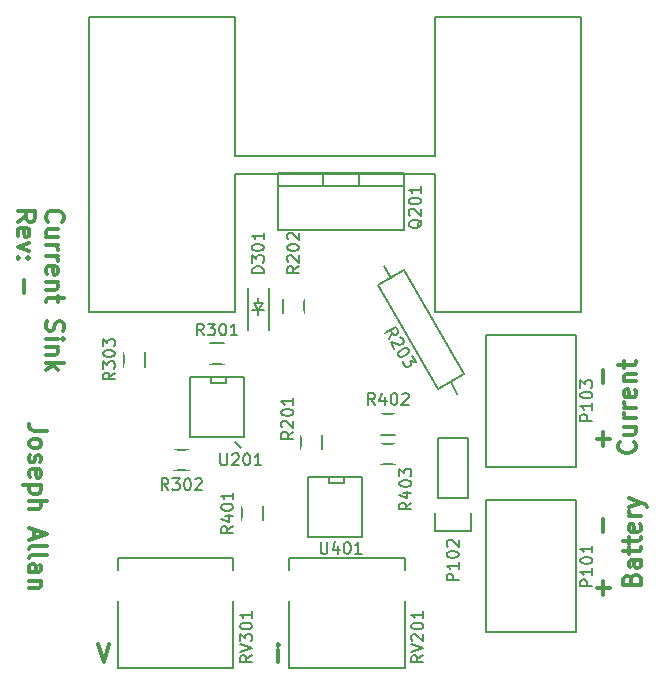
<source format=gto>
G04 #@! TF.FileFunction,Legend,Top*
%FSLAX46Y46*%
G04 Gerber Fmt 4.6, Leading zero omitted, Abs format (unit mm)*
G04 Created by KiCad (PCBNEW 4.0.2+e4-6225~38~ubuntu14.04.1-stable) date Thu 16 Jun 2016 08:22:09 PM ADT*
%MOMM*%
G01*
G04 APERTURE LIST*
%ADD10C,0.100000*%
%ADD11C,0.300000*%
%ADD12C,0.200000*%
%ADD13C,0.150000*%
%ADD14C,2.700000*%
%ADD15C,3.400000*%
%ADD16R,1.620000X1.310000*%
%ADD17O,1.901140X2.899360*%
%ADD18R,1.700000X1.900000*%
%ADD19R,1.900000X1.700000*%
%ADD20R,1.543000X0.908000*%
%ADD21R,2.432000X2.432000*%
%ADD22O,2.432000X2.432000*%
%ADD23R,2.432000X2.127200*%
%ADD24O,2.432000X2.127200*%
%ADD25C,2.600000*%
%ADD26C,2.400000*%
%ADD27C,2.398980*%
G04 APERTURE END LIST*
D10*
D11*
X143200000Y-118078571D02*
X143200000Y-117078571D01*
X143200000Y-116578571D02*
X143128571Y-116650000D01*
X143200000Y-116721429D01*
X143271428Y-116650000D01*
X143200000Y-116578571D01*
X143200000Y-116721429D01*
X127900000Y-116578571D02*
X128400000Y-118078571D01*
X128900000Y-116578571D01*
X170707143Y-112414285D02*
X170707143Y-111271428D01*
X171278571Y-111842857D02*
X170135714Y-111842857D01*
X170707143Y-107128571D02*
X170707143Y-105985714D01*
X170707143Y-99814285D02*
X170707143Y-98671428D01*
X171278571Y-99242857D02*
X170135714Y-99242857D01*
X170707143Y-94528571D02*
X170707143Y-93385714D01*
X173092857Y-111107142D02*
X173164286Y-110892856D01*
X173235714Y-110821428D01*
X173378571Y-110749999D01*
X173592857Y-110749999D01*
X173735714Y-110821428D01*
X173807143Y-110892856D01*
X173878571Y-111035714D01*
X173878571Y-111607142D01*
X172378571Y-111607142D01*
X172378571Y-111107142D01*
X172450000Y-110964285D01*
X172521429Y-110892856D01*
X172664286Y-110821428D01*
X172807143Y-110821428D01*
X172950000Y-110892856D01*
X173021429Y-110964285D01*
X173092857Y-111107142D01*
X173092857Y-111607142D01*
X173878571Y-109464285D02*
X173092857Y-109464285D01*
X172950000Y-109535714D01*
X172878571Y-109678571D01*
X172878571Y-109964285D01*
X172950000Y-110107142D01*
X173807143Y-109464285D02*
X173878571Y-109607142D01*
X173878571Y-109964285D01*
X173807143Y-110107142D01*
X173664286Y-110178571D01*
X173521429Y-110178571D01*
X173378571Y-110107142D01*
X173307143Y-109964285D01*
X173307143Y-109607142D01*
X173235714Y-109464285D01*
X172878571Y-108964285D02*
X172878571Y-108392856D01*
X172378571Y-108749999D02*
X173664286Y-108749999D01*
X173807143Y-108678571D01*
X173878571Y-108535713D01*
X173878571Y-108392856D01*
X172878571Y-108107142D02*
X172878571Y-107535713D01*
X172378571Y-107892856D02*
X173664286Y-107892856D01*
X173807143Y-107821428D01*
X173878571Y-107678570D01*
X173878571Y-107535713D01*
X173807143Y-106464285D02*
X173878571Y-106607142D01*
X173878571Y-106892856D01*
X173807143Y-107035713D01*
X173664286Y-107107142D01*
X173092857Y-107107142D01*
X172950000Y-107035713D01*
X172878571Y-106892856D01*
X172878571Y-106607142D01*
X172950000Y-106464285D01*
X173092857Y-106392856D01*
X173235714Y-106392856D01*
X173378571Y-107107142D01*
X173878571Y-105749999D02*
X172878571Y-105749999D01*
X173164286Y-105749999D02*
X173021429Y-105678571D01*
X172950000Y-105607142D01*
X172878571Y-105464285D01*
X172878571Y-105321428D01*
X172878571Y-104964285D02*
X173878571Y-104607142D01*
X172878571Y-104250000D02*
X173878571Y-104607142D01*
X174235714Y-104750000D01*
X174307143Y-104821428D01*
X174378571Y-104964285D01*
X173335714Y-99492856D02*
X173407143Y-99564285D01*
X173478571Y-99778571D01*
X173478571Y-99921428D01*
X173407143Y-100135713D01*
X173264286Y-100278571D01*
X173121429Y-100349999D01*
X172835714Y-100421428D01*
X172621429Y-100421428D01*
X172335714Y-100349999D01*
X172192857Y-100278571D01*
X172050000Y-100135713D01*
X171978571Y-99921428D01*
X171978571Y-99778571D01*
X172050000Y-99564285D01*
X172121429Y-99492856D01*
X172478571Y-98207142D02*
X173478571Y-98207142D01*
X172478571Y-98849999D02*
X173264286Y-98849999D01*
X173407143Y-98778571D01*
X173478571Y-98635713D01*
X173478571Y-98421428D01*
X173407143Y-98278571D01*
X173335714Y-98207142D01*
X173478571Y-97492856D02*
X172478571Y-97492856D01*
X172764286Y-97492856D02*
X172621429Y-97421428D01*
X172550000Y-97349999D01*
X172478571Y-97207142D01*
X172478571Y-97064285D01*
X173478571Y-96564285D02*
X172478571Y-96564285D01*
X172764286Y-96564285D02*
X172621429Y-96492857D01*
X172550000Y-96421428D01*
X172478571Y-96278571D01*
X172478571Y-96135714D01*
X173407143Y-95064286D02*
X173478571Y-95207143D01*
X173478571Y-95492857D01*
X173407143Y-95635714D01*
X173264286Y-95707143D01*
X172692857Y-95707143D01*
X172550000Y-95635714D01*
X172478571Y-95492857D01*
X172478571Y-95207143D01*
X172550000Y-95064286D01*
X172692857Y-94992857D01*
X172835714Y-94992857D01*
X172978571Y-95707143D01*
X172478571Y-94350000D02*
X173478571Y-94350000D01*
X172621429Y-94350000D02*
X172550000Y-94278572D01*
X172478571Y-94135714D01*
X172478571Y-93921429D01*
X172550000Y-93778572D01*
X172692857Y-93707143D01*
X173478571Y-93707143D01*
X172478571Y-93207143D02*
X172478571Y-92635714D01*
X171978571Y-92992857D02*
X173264286Y-92992857D01*
X173407143Y-92921429D01*
X173478571Y-92778571D01*
X173478571Y-92635714D01*
X123621429Y-98571429D02*
X122550000Y-98571429D01*
X122335714Y-98500001D01*
X122192857Y-98357144D01*
X122121429Y-98142858D01*
X122121429Y-98000001D01*
X122121429Y-99500001D02*
X122192857Y-99357143D01*
X122264286Y-99285715D01*
X122407143Y-99214286D01*
X122835714Y-99214286D01*
X122978571Y-99285715D01*
X123050000Y-99357143D01*
X123121429Y-99500001D01*
X123121429Y-99714286D01*
X123050000Y-99857143D01*
X122978571Y-99928572D01*
X122835714Y-100000001D01*
X122407143Y-100000001D01*
X122264286Y-99928572D01*
X122192857Y-99857143D01*
X122121429Y-99714286D01*
X122121429Y-99500001D01*
X122192857Y-100571429D02*
X122121429Y-100714286D01*
X122121429Y-101000001D01*
X122192857Y-101142858D01*
X122335714Y-101214286D01*
X122407143Y-101214286D01*
X122550000Y-101142858D01*
X122621429Y-101000001D01*
X122621429Y-100785715D01*
X122692857Y-100642858D01*
X122835714Y-100571429D01*
X122907143Y-100571429D01*
X123050000Y-100642858D01*
X123121429Y-100785715D01*
X123121429Y-101000001D01*
X123050000Y-101142858D01*
X122192857Y-102428572D02*
X122121429Y-102285715D01*
X122121429Y-102000001D01*
X122192857Y-101857144D01*
X122335714Y-101785715D01*
X122907143Y-101785715D01*
X123050000Y-101857144D01*
X123121429Y-102000001D01*
X123121429Y-102285715D01*
X123050000Y-102428572D01*
X122907143Y-102500001D01*
X122764286Y-102500001D01*
X122621429Y-101785715D01*
X123121429Y-103142858D02*
X121621429Y-103142858D01*
X123050000Y-103142858D02*
X123121429Y-103285715D01*
X123121429Y-103571429D01*
X123050000Y-103714286D01*
X122978571Y-103785715D01*
X122835714Y-103857144D01*
X122407143Y-103857144D01*
X122264286Y-103785715D01*
X122192857Y-103714286D01*
X122121429Y-103571429D01*
X122121429Y-103285715D01*
X122192857Y-103142858D01*
X122121429Y-104500001D02*
X123621429Y-104500001D01*
X122121429Y-105142858D02*
X122907143Y-105142858D01*
X123050000Y-105071429D01*
X123121429Y-104928572D01*
X123121429Y-104714287D01*
X123050000Y-104571429D01*
X122978571Y-104500001D01*
X122550000Y-106928572D02*
X122550000Y-107642858D01*
X122121429Y-106785715D02*
X123621429Y-107285715D01*
X122121429Y-107785715D01*
X122121429Y-108500001D02*
X122192857Y-108357143D01*
X122335714Y-108285715D01*
X123621429Y-108285715D01*
X122121429Y-109285715D02*
X122192857Y-109142857D01*
X122335714Y-109071429D01*
X123621429Y-109071429D01*
X122121429Y-110500000D02*
X122907143Y-110500000D01*
X123050000Y-110428571D01*
X123121429Y-110285714D01*
X123121429Y-110000000D01*
X123050000Y-109857143D01*
X122192857Y-110500000D02*
X122121429Y-110357143D01*
X122121429Y-110000000D01*
X122192857Y-109857143D01*
X122335714Y-109785714D01*
X122478571Y-109785714D01*
X122621429Y-109857143D01*
X122692857Y-110000000D01*
X122692857Y-110357143D01*
X122764286Y-110500000D01*
X123121429Y-111214286D02*
X122121429Y-111214286D01*
X122978571Y-111214286D02*
X123050000Y-111285714D01*
X123121429Y-111428572D01*
X123121429Y-111642857D01*
X123050000Y-111785714D01*
X122907143Y-111857143D01*
X122121429Y-111857143D01*
X123664286Y-80814286D02*
X123592857Y-80742857D01*
X123521429Y-80528571D01*
X123521429Y-80385714D01*
X123592857Y-80171429D01*
X123735714Y-80028571D01*
X123878571Y-79957143D01*
X124164286Y-79885714D01*
X124378571Y-79885714D01*
X124664286Y-79957143D01*
X124807143Y-80028571D01*
X124950000Y-80171429D01*
X125021429Y-80385714D01*
X125021429Y-80528571D01*
X124950000Y-80742857D01*
X124878571Y-80814286D01*
X124521429Y-82100000D02*
X123521429Y-82100000D01*
X124521429Y-81457143D02*
X123735714Y-81457143D01*
X123592857Y-81528571D01*
X123521429Y-81671429D01*
X123521429Y-81885714D01*
X123592857Y-82028571D01*
X123664286Y-82100000D01*
X123521429Y-82814286D02*
X124521429Y-82814286D01*
X124235714Y-82814286D02*
X124378571Y-82885714D01*
X124450000Y-82957143D01*
X124521429Y-83100000D01*
X124521429Y-83242857D01*
X123521429Y-83742857D02*
X124521429Y-83742857D01*
X124235714Y-83742857D02*
X124378571Y-83814285D01*
X124450000Y-83885714D01*
X124521429Y-84028571D01*
X124521429Y-84171428D01*
X123592857Y-85242856D02*
X123521429Y-85099999D01*
X123521429Y-84814285D01*
X123592857Y-84671428D01*
X123735714Y-84599999D01*
X124307143Y-84599999D01*
X124450000Y-84671428D01*
X124521429Y-84814285D01*
X124521429Y-85099999D01*
X124450000Y-85242856D01*
X124307143Y-85314285D01*
X124164286Y-85314285D01*
X124021429Y-84599999D01*
X124521429Y-85957142D02*
X123521429Y-85957142D01*
X124378571Y-85957142D02*
X124450000Y-86028570D01*
X124521429Y-86171428D01*
X124521429Y-86385713D01*
X124450000Y-86528570D01*
X124307143Y-86599999D01*
X123521429Y-86599999D01*
X124521429Y-87099999D02*
X124521429Y-87671428D01*
X125021429Y-87314285D02*
X123735714Y-87314285D01*
X123592857Y-87385713D01*
X123521429Y-87528571D01*
X123521429Y-87671428D01*
X123592857Y-89242856D02*
X123521429Y-89457142D01*
X123521429Y-89814285D01*
X123592857Y-89957142D01*
X123664286Y-90028571D01*
X123807143Y-90099999D01*
X123950000Y-90099999D01*
X124092857Y-90028571D01*
X124164286Y-89957142D01*
X124235714Y-89814285D01*
X124307143Y-89528571D01*
X124378571Y-89385713D01*
X124450000Y-89314285D01*
X124592857Y-89242856D01*
X124735714Y-89242856D01*
X124878571Y-89314285D01*
X124950000Y-89385713D01*
X125021429Y-89528571D01*
X125021429Y-89885713D01*
X124950000Y-90099999D01*
X123521429Y-90742856D02*
X124521429Y-90742856D01*
X125021429Y-90742856D02*
X124950000Y-90671427D01*
X124878571Y-90742856D01*
X124950000Y-90814284D01*
X125021429Y-90742856D01*
X124878571Y-90742856D01*
X124521429Y-91457142D02*
X123521429Y-91457142D01*
X124378571Y-91457142D02*
X124450000Y-91528570D01*
X124521429Y-91671428D01*
X124521429Y-91885713D01*
X124450000Y-92028570D01*
X124307143Y-92099999D01*
X123521429Y-92099999D01*
X123521429Y-92814285D02*
X125021429Y-92814285D01*
X124092857Y-92957142D02*
X123521429Y-93385713D01*
X124521429Y-93385713D02*
X123950000Y-92814285D01*
X121121429Y-80814286D02*
X121835714Y-80314286D01*
X121121429Y-79957143D02*
X122621429Y-79957143D01*
X122621429Y-80528571D01*
X122550000Y-80671429D01*
X122478571Y-80742857D01*
X122335714Y-80814286D01*
X122121429Y-80814286D01*
X121978571Y-80742857D01*
X121907143Y-80671429D01*
X121835714Y-80528571D01*
X121835714Y-79957143D01*
X121192857Y-82028571D02*
X121121429Y-81885714D01*
X121121429Y-81600000D01*
X121192857Y-81457143D01*
X121335714Y-81385714D01*
X121907143Y-81385714D01*
X122050000Y-81457143D01*
X122121429Y-81600000D01*
X122121429Y-81885714D01*
X122050000Y-82028571D01*
X121907143Y-82100000D01*
X121764286Y-82100000D01*
X121621429Y-81385714D01*
X122121429Y-82600000D02*
X121121429Y-82957143D01*
X122121429Y-83314285D01*
X121264286Y-83885714D02*
X121192857Y-83957142D01*
X121121429Y-83885714D01*
X121192857Y-83814285D01*
X121264286Y-83885714D01*
X121121429Y-83885714D01*
X122050000Y-83885714D02*
X121978571Y-83957142D01*
X121907143Y-83885714D01*
X121978571Y-83814285D01*
X122050000Y-83885714D01*
X121907143Y-83885714D01*
X121692857Y-85742857D02*
X121692857Y-86885714D01*
D12*
X140000000Y-100000000D02*
X139500000Y-99500000D01*
D13*
X127200000Y-63500000D02*
X139500000Y-63500000D01*
X156500000Y-63500000D02*
X168800000Y-63500000D01*
X156500000Y-88500000D02*
X168800000Y-88500000D01*
X127200000Y-88500000D02*
X139500000Y-88500000D01*
X156500000Y-75250000D02*
X156500000Y-63500000D01*
X139500000Y-75250000D02*
X139500000Y-63500000D01*
X156500000Y-76750000D02*
X156500000Y-88500000D01*
X139500000Y-76750000D02*
X139500000Y-88500000D01*
X139500000Y-76750000D02*
X156500000Y-76750000D01*
X139500000Y-75250000D02*
X156500000Y-75250000D01*
X127200000Y-63500000D02*
X127200000Y-88500000D01*
X168800000Y-63500000D02*
X168800000Y-88500000D01*
X141500000Y-87682500D02*
X141500000Y-87301500D01*
X141500000Y-88698500D02*
X141500000Y-88317500D01*
X141500000Y-88317500D02*
X141119000Y-87682500D01*
X141119000Y-87682500D02*
X141881000Y-87682500D01*
X141881000Y-87682500D02*
X141500000Y-88317500D01*
X140992000Y-88317500D02*
X142008000Y-88317500D01*
X142400000Y-90000000D02*
X142400000Y-86460000D01*
X140600000Y-90000000D02*
X140600000Y-86460000D01*
X146976000Y-76702000D02*
X146976000Y-77845000D01*
X150024000Y-76702000D02*
X150024000Y-77845000D01*
X153834000Y-77845000D02*
X153834000Y-81528000D01*
X153834000Y-81528000D02*
X143166000Y-81528000D01*
X143166000Y-81528000D02*
X143166000Y-77845000D01*
X153834000Y-76702000D02*
X153834000Y-77845000D01*
X153834000Y-77845000D02*
X143166000Y-77845000D01*
X143166000Y-77845000D02*
X143166000Y-76702000D01*
X148500000Y-76702000D02*
X143166000Y-76702000D01*
X148500000Y-76702000D02*
X153834000Y-76702000D01*
X146875000Y-98900000D02*
X146875000Y-100100000D01*
X145125000Y-100100000D02*
X145125000Y-98900000D01*
X143625000Y-88600000D02*
X143625000Y-87400000D01*
X145375000Y-87400000D02*
X145375000Y-88600000D01*
X137400000Y-91125000D02*
X138600000Y-91125000D01*
X138600000Y-92875000D02*
X137400000Y-92875000D01*
X134400000Y-100125000D02*
X135600000Y-100125000D01*
X135600000Y-101875000D02*
X134400000Y-101875000D01*
X131875000Y-91900000D02*
X131875000Y-93100000D01*
X130125000Y-93100000D02*
X130125000Y-91900000D01*
X141875000Y-104900000D02*
X141875000Y-106100000D01*
X140125000Y-106100000D02*
X140125000Y-104900000D01*
X153100000Y-98875000D02*
X151900000Y-98875000D01*
X151900000Y-97125000D02*
X153100000Y-97125000D01*
X153100000Y-101375000D02*
X151900000Y-101375000D01*
X151900000Y-99625000D02*
X153100000Y-99625000D01*
X140286000Y-93960000D02*
X140286000Y-99040000D01*
X140286000Y-99040000D02*
X135714000Y-99040000D01*
X135714000Y-99040000D02*
X135714000Y-93960000D01*
X135714000Y-93960000D02*
X140286000Y-93960000D01*
X138762000Y-93960000D02*
X138762000Y-94468000D01*
X138762000Y-94468000D02*
X137492000Y-94468000D01*
X137492000Y-94468000D02*
X137492000Y-93960000D01*
X150286000Y-102460000D02*
X150286000Y-107540000D01*
X150286000Y-107540000D02*
X145714000Y-107540000D01*
X145714000Y-107540000D02*
X145714000Y-102460000D01*
X145714000Y-102460000D02*
X150286000Y-102460000D01*
X148762000Y-102460000D02*
X148762000Y-102968000D01*
X148762000Y-102968000D02*
X147492000Y-102968000D01*
X147492000Y-102968000D02*
X147492000Y-102460000D01*
X160800000Y-104420000D02*
X168400000Y-104420000D01*
X160800000Y-115580000D02*
X160800000Y-104420000D01*
X168400000Y-115580000D02*
X168400000Y-104420000D01*
X168400000Y-115580000D02*
X160800000Y-115580000D01*
X159270000Y-104230000D02*
X159270000Y-99150000D01*
X159270000Y-99150000D02*
X156730000Y-99150000D01*
X156730000Y-99150000D02*
X156730000Y-104230000D01*
X156450000Y-107050000D02*
X156450000Y-105500000D01*
X156730000Y-104230000D02*
X159270000Y-104230000D01*
X159550000Y-105500000D02*
X159550000Y-107050000D01*
X159550000Y-107050000D02*
X156450000Y-107050000D01*
X160800000Y-90420000D02*
X168400000Y-90420000D01*
X160800000Y-101580000D02*
X160800000Y-90420000D01*
X168400000Y-101580000D02*
X168400000Y-90420000D01*
X168400000Y-101580000D02*
X160800000Y-101580000D01*
X129600000Y-118600000D02*
X139400000Y-118600000D01*
X129600000Y-109300000D02*
X139400000Y-109300000D01*
X139400000Y-109300000D02*
X139400000Y-118600000D01*
X129600000Y-109300000D02*
X129600000Y-118600000D01*
X144100000Y-118600000D02*
X153900000Y-118600000D01*
X144100000Y-109300000D02*
X153900000Y-109300000D01*
X153900000Y-109300000D02*
X153900000Y-118600000D01*
X144100000Y-109300000D02*
X144100000Y-118600000D01*
X153809852Y-84960781D02*
X151610148Y-86230781D01*
X151610148Y-86230781D02*
X156690148Y-95029600D01*
X156690148Y-95029600D02*
X158889852Y-93759600D01*
X158889852Y-93759600D02*
X153809852Y-84960781D01*
X158365000Y-95390529D02*
X157790000Y-94394600D01*
X152135000Y-84599852D02*
X152710000Y-85595781D01*
X141952381Y-85190476D02*
X140952381Y-85190476D01*
X140952381Y-84952381D01*
X141000000Y-84809523D01*
X141095238Y-84714285D01*
X141190476Y-84666666D01*
X141380952Y-84619047D01*
X141523810Y-84619047D01*
X141714286Y-84666666D01*
X141809524Y-84714285D01*
X141904762Y-84809523D01*
X141952381Y-84952381D01*
X141952381Y-85190476D01*
X140952381Y-84285714D02*
X140952381Y-83666666D01*
X141333333Y-84000000D01*
X141333333Y-83857142D01*
X141380952Y-83761904D01*
X141428571Y-83714285D01*
X141523810Y-83666666D01*
X141761905Y-83666666D01*
X141857143Y-83714285D01*
X141904762Y-83761904D01*
X141952381Y-83857142D01*
X141952381Y-84142857D01*
X141904762Y-84238095D01*
X141857143Y-84285714D01*
X140952381Y-83047619D02*
X140952381Y-82952380D01*
X141000000Y-82857142D01*
X141047619Y-82809523D01*
X141142857Y-82761904D01*
X141333333Y-82714285D01*
X141571429Y-82714285D01*
X141761905Y-82761904D01*
X141857143Y-82809523D01*
X141904762Y-82857142D01*
X141952381Y-82952380D01*
X141952381Y-83047619D01*
X141904762Y-83142857D01*
X141857143Y-83190476D01*
X141761905Y-83238095D01*
X141571429Y-83285714D01*
X141333333Y-83285714D01*
X141142857Y-83238095D01*
X141047619Y-83190476D01*
X141000000Y-83142857D01*
X140952381Y-83047619D01*
X141952381Y-81761904D02*
X141952381Y-82333333D01*
X141952381Y-82047619D02*
X140952381Y-82047619D01*
X141095238Y-82142857D01*
X141190476Y-82238095D01*
X141238095Y-82333333D01*
X155347619Y-80647619D02*
X155300000Y-80742857D01*
X155204762Y-80838095D01*
X155061905Y-80980952D01*
X155014286Y-81076191D01*
X155014286Y-81171429D01*
X155252381Y-81123810D02*
X155204762Y-81219048D01*
X155109524Y-81314286D01*
X154919048Y-81361905D01*
X154585714Y-81361905D01*
X154395238Y-81314286D01*
X154300000Y-81219048D01*
X154252381Y-81123810D01*
X154252381Y-80933333D01*
X154300000Y-80838095D01*
X154395238Y-80742857D01*
X154585714Y-80695238D01*
X154919048Y-80695238D01*
X155109524Y-80742857D01*
X155204762Y-80838095D01*
X155252381Y-80933333D01*
X155252381Y-81123810D01*
X154347619Y-80314286D02*
X154300000Y-80266667D01*
X154252381Y-80171429D01*
X154252381Y-79933333D01*
X154300000Y-79838095D01*
X154347619Y-79790476D01*
X154442857Y-79742857D01*
X154538095Y-79742857D01*
X154680952Y-79790476D01*
X155252381Y-80361905D01*
X155252381Y-79742857D01*
X154252381Y-79123810D02*
X154252381Y-79028571D01*
X154300000Y-78933333D01*
X154347619Y-78885714D01*
X154442857Y-78838095D01*
X154633333Y-78790476D01*
X154871429Y-78790476D01*
X155061905Y-78838095D01*
X155157143Y-78885714D01*
X155204762Y-78933333D01*
X155252381Y-79028571D01*
X155252381Y-79123810D01*
X155204762Y-79219048D01*
X155157143Y-79266667D01*
X155061905Y-79314286D01*
X154871429Y-79361905D01*
X154633333Y-79361905D01*
X154442857Y-79314286D01*
X154347619Y-79266667D01*
X154300000Y-79219048D01*
X154252381Y-79123810D01*
X155252381Y-77838095D02*
X155252381Y-78409524D01*
X155252381Y-78123810D02*
X154252381Y-78123810D01*
X154395238Y-78219048D01*
X154490476Y-78314286D01*
X154538095Y-78409524D01*
X144452381Y-98619047D02*
X143976190Y-98952381D01*
X144452381Y-99190476D02*
X143452381Y-99190476D01*
X143452381Y-98809523D01*
X143500000Y-98714285D01*
X143547619Y-98666666D01*
X143642857Y-98619047D01*
X143785714Y-98619047D01*
X143880952Y-98666666D01*
X143928571Y-98714285D01*
X143976190Y-98809523D01*
X143976190Y-99190476D01*
X143547619Y-98238095D02*
X143500000Y-98190476D01*
X143452381Y-98095238D01*
X143452381Y-97857142D01*
X143500000Y-97761904D01*
X143547619Y-97714285D01*
X143642857Y-97666666D01*
X143738095Y-97666666D01*
X143880952Y-97714285D01*
X144452381Y-98285714D01*
X144452381Y-97666666D01*
X143452381Y-97047619D02*
X143452381Y-96952380D01*
X143500000Y-96857142D01*
X143547619Y-96809523D01*
X143642857Y-96761904D01*
X143833333Y-96714285D01*
X144071429Y-96714285D01*
X144261905Y-96761904D01*
X144357143Y-96809523D01*
X144404762Y-96857142D01*
X144452381Y-96952380D01*
X144452381Y-97047619D01*
X144404762Y-97142857D01*
X144357143Y-97190476D01*
X144261905Y-97238095D01*
X144071429Y-97285714D01*
X143833333Y-97285714D01*
X143642857Y-97238095D01*
X143547619Y-97190476D01*
X143500000Y-97142857D01*
X143452381Y-97047619D01*
X144452381Y-95761904D02*
X144452381Y-96333333D01*
X144452381Y-96047619D02*
X143452381Y-96047619D01*
X143595238Y-96142857D01*
X143690476Y-96238095D01*
X143738095Y-96333333D01*
X144952381Y-84619047D02*
X144476190Y-84952381D01*
X144952381Y-85190476D02*
X143952381Y-85190476D01*
X143952381Y-84809523D01*
X144000000Y-84714285D01*
X144047619Y-84666666D01*
X144142857Y-84619047D01*
X144285714Y-84619047D01*
X144380952Y-84666666D01*
X144428571Y-84714285D01*
X144476190Y-84809523D01*
X144476190Y-85190476D01*
X144047619Y-84238095D02*
X144000000Y-84190476D01*
X143952381Y-84095238D01*
X143952381Y-83857142D01*
X144000000Y-83761904D01*
X144047619Y-83714285D01*
X144142857Y-83666666D01*
X144238095Y-83666666D01*
X144380952Y-83714285D01*
X144952381Y-84285714D01*
X144952381Y-83666666D01*
X143952381Y-83047619D02*
X143952381Y-82952380D01*
X144000000Y-82857142D01*
X144047619Y-82809523D01*
X144142857Y-82761904D01*
X144333333Y-82714285D01*
X144571429Y-82714285D01*
X144761905Y-82761904D01*
X144857143Y-82809523D01*
X144904762Y-82857142D01*
X144952381Y-82952380D01*
X144952381Y-83047619D01*
X144904762Y-83142857D01*
X144857143Y-83190476D01*
X144761905Y-83238095D01*
X144571429Y-83285714D01*
X144333333Y-83285714D01*
X144142857Y-83238095D01*
X144047619Y-83190476D01*
X144000000Y-83142857D01*
X143952381Y-83047619D01*
X144047619Y-82333333D02*
X144000000Y-82285714D01*
X143952381Y-82190476D01*
X143952381Y-81952380D01*
X144000000Y-81857142D01*
X144047619Y-81809523D01*
X144142857Y-81761904D01*
X144238095Y-81761904D01*
X144380952Y-81809523D01*
X144952381Y-82380952D01*
X144952381Y-81761904D01*
X136880953Y-90452381D02*
X136547619Y-89976190D01*
X136309524Y-90452381D02*
X136309524Y-89452381D01*
X136690477Y-89452381D01*
X136785715Y-89500000D01*
X136833334Y-89547619D01*
X136880953Y-89642857D01*
X136880953Y-89785714D01*
X136833334Y-89880952D01*
X136785715Y-89928571D01*
X136690477Y-89976190D01*
X136309524Y-89976190D01*
X137214286Y-89452381D02*
X137833334Y-89452381D01*
X137500000Y-89833333D01*
X137642858Y-89833333D01*
X137738096Y-89880952D01*
X137785715Y-89928571D01*
X137833334Y-90023810D01*
X137833334Y-90261905D01*
X137785715Y-90357143D01*
X137738096Y-90404762D01*
X137642858Y-90452381D01*
X137357143Y-90452381D01*
X137261905Y-90404762D01*
X137214286Y-90357143D01*
X138452381Y-89452381D02*
X138547620Y-89452381D01*
X138642858Y-89500000D01*
X138690477Y-89547619D01*
X138738096Y-89642857D01*
X138785715Y-89833333D01*
X138785715Y-90071429D01*
X138738096Y-90261905D01*
X138690477Y-90357143D01*
X138642858Y-90404762D01*
X138547620Y-90452381D01*
X138452381Y-90452381D01*
X138357143Y-90404762D01*
X138309524Y-90357143D01*
X138261905Y-90261905D01*
X138214286Y-90071429D01*
X138214286Y-89833333D01*
X138261905Y-89642857D01*
X138309524Y-89547619D01*
X138357143Y-89500000D01*
X138452381Y-89452381D01*
X139738096Y-90452381D02*
X139166667Y-90452381D01*
X139452381Y-90452381D02*
X139452381Y-89452381D01*
X139357143Y-89595238D01*
X139261905Y-89690476D01*
X139166667Y-89738095D01*
X133880953Y-103552381D02*
X133547619Y-103076190D01*
X133309524Y-103552381D02*
X133309524Y-102552381D01*
X133690477Y-102552381D01*
X133785715Y-102600000D01*
X133833334Y-102647619D01*
X133880953Y-102742857D01*
X133880953Y-102885714D01*
X133833334Y-102980952D01*
X133785715Y-103028571D01*
X133690477Y-103076190D01*
X133309524Y-103076190D01*
X134214286Y-102552381D02*
X134833334Y-102552381D01*
X134500000Y-102933333D01*
X134642858Y-102933333D01*
X134738096Y-102980952D01*
X134785715Y-103028571D01*
X134833334Y-103123810D01*
X134833334Y-103361905D01*
X134785715Y-103457143D01*
X134738096Y-103504762D01*
X134642858Y-103552381D01*
X134357143Y-103552381D01*
X134261905Y-103504762D01*
X134214286Y-103457143D01*
X135452381Y-102552381D02*
X135547620Y-102552381D01*
X135642858Y-102600000D01*
X135690477Y-102647619D01*
X135738096Y-102742857D01*
X135785715Y-102933333D01*
X135785715Y-103171429D01*
X135738096Y-103361905D01*
X135690477Y-103457143D01*
X135642858Y-103504762D01*
X135547620Y-103552381D01*
X135452381Y-103552381D01*
X135357143Y-103504762D01*
X135309524Y-103457143D01*
X135261905Y-103361905D01*
X135214286Y-103171429D01*
X135214286Y-102933333D01*
X135261905Y-102742857D01*
X135309524Y-102647619D01*
X135357143Y-102600000D01*
X135452381Y-102552381D01*
X136166667Y-102647619D02*
X136214286Y-102600000D01*
X136309524Y-102552381D01*
X136547620Y-102552381D01*
X136642858Y-102600000D01*
X136690477Y-102647619D01*
X136738096Y-102742857D01*
X136738096Y-102838095D01*
X136690477Y-102980952D01*
X136119048Y-103552381D01*
X136738096Y-103552381D01*
X129352381Y-93619047D02*
X128876190Y-93952381D01*
X129352381Y-94190476D02*
X128352381Y-94190476D01*
X128352381Y-93809523D01*
X128400000Y-93714285D01*
X128447619Y-93666666D01*
X128542857Y-93619047D01*
X128685714Y-93619047D01*
X128780952Y-93666666D01*
X128828571Y-93714285D01*
X128876190Y-93809523D01*
X128876190Y-94190476D01*
X128352381Y-93285714D02*
X128352381Y-92666666D01*
X128733333Y-93000000D01*
X128733333Y-92857142D01*
X128780952Y-92761904D01*
X128828571Y-92714285D01*
X128923810Y-92666666D01*
X129161905Y-92666666D01*
X129257143Y-92714285D01*
X129304762Y-92761904D01*
X129352381Y-92857142D01*
X129352381Y-93142857D01*
X129304762Y-93238095D01*
X129257143Y-93285714D01*
X128352381Y-92047619D02*
X128352381Y-91952380D01*
X128400000Y-91857142D01*
X128447619Y-91809523D01*
X128542857Y-91761904D01*
X128733333Y-91714285D01*
X128971429Y-91714285D01*
X129161905Y-91761904D01*
X129257143Y-91809523D01*
X129304762Y-91857142D01*
X129352381Y-91952380D01*
X129352381Y-92047619D01*
X129304762Y-92142857D01*
X129257143Y-92190476D01*
X129161905Y-92238095D01*
X128971429Y-92285714D01*
X128733333Y-92285714D01*
X128542857Y-92238095D01*
X128447619Y-92190476D01*
X128400000Y-92142857D01*
X128352381Y-92047619D01*
X128352381Y-91380952D02*
X128352381Y-90761904D01*
X128733333Y-91095238D01*
X128733333Y-90952380D01*
X128780952Y-90857142D01*
X128828571Y-90809523D01*
X128923810Y-90761904D01*
X129161905Y-90761904D01*
X129257143Y-90809523D01*
X129304762Y-90857142D01*
X129352381Y-90952380D01*
X129352381Y-91238095D01*
X129304762Y-91333333D01*
X129257143Y-91380952D01*
X139352381Y-106619047D02*
X138876190Y-106952381D01*
X139352381Y-107190476D02*
X138352381Y-107190476D01*
X138352381Y-106809523D01*
X138400000Y-106714285D01*
X138447619Y-106666666D01*
X138542857Y-106619047D01*
X138685714Y-106619047D01*
X138780952Y-106666666D01*
X138828571Y-106714285D01*
X138876190Y-106809523D01*
X138876190Y-107190476D01*
X138685714Y-105761904D02*
X139352381Y-105761904D01*
X138304762Y-106000000D02*
X139019048Y-106238095D01*
X139019048Y-105619047D01*
X138352381Y-105047619D02*
X138352381Y-104952380D01*
X138400000Y-104857142D01*
X138447619Y-104809523D01*
X138542857Y-104761904D01*
X138733333Y-104714285D01*
X138971429Y-104714285D01*
X139161905Y-104761904D01*
X139257143Y-104809523D01*
X139304762Y-104857142D01*
X139352381Y-104952380D01*
X139352381Y-105047619D01*
X139304762Y-105142857D01*
X139257143Y-105190476D01*
X139161905Y-105238095D01*
X138971429Y-105285714D01*
X138733333Y-105285714D01*
X138542857Y-105238095D01*
X138447619Y-105190476D01*
X138400000Y-105142857D01*
X138352381Y-105047619D01*
X139352381Y-103761904D02*
X139352381Y-104333333D01*
X139352381Y-104047619D02*
X138352381Y-104047619D01*
X138495238Y-104142857D01*
X138590476Y-104238095D01*
X138638095Y-104333333D01*
X151380953Y-96352381D02*
X151047619Y-95876190D01*
X150809524Y-96352381D02*
X150809524Y-95352381D01*
X151190477Y-95352381D01*
X151285715Y-95400000D01*
X151333334Y-95447619D01*
X151380953Y-95542857D01*
X151380953Y-95685714D01*
X151333334Y-95780952D01*
X151285715Y-95828571D01*
X151190477Y-95876190D01*
X150809524Y-95876190D01*
X152238096Y-95685714D02*
X152238096Y-96352381D01*
X152000000Y-95304762D02*
X151761905Y-96019048D01*
X152380953Y-96019048D01*
X152952381Y-95352381D02*
X153047620Y-95352381D01*
X153142858Y-95400000D01*
X153190477Y-95447619D01*
X153238096Y-95542857D01*
X153285715Y-95733333D01*
X153285715Y-95971429D01*
X153238096Y-96161905D01*
X153190477Y-96257143D01*
X153142858Y-96304762D01*
X153047620Y-96352381D01*
X152952381Y-96352381D01*
X152857143Y-96304762D01*
X152809524Y-96257143D01*
X152761905Y-96161905D01*
X152714286Y-95971429D01*
X152714286Y-95733333D01*
X152761905Y-95542857D01*
X152809524Y-95447619D01*
X152857143Y-95400000D01*
X152952381Y-95352381D01*
X153666667Y-95447619D02*
X153714286Y-95400000D01*
X153809524Y-95352381D01*
X154047620Y-95352381D01*
X154142858Y-95400000D01*
X154190477Y-95447619D01*
X154238096Y-95542857D01*
X154238096Y-95638095D01*
X154190477Y-95780952D01*
X153619048Y-96352381D01*
X154238096Y-96352381D01*
X154452381Y-104619047D02*
X153976190Y-104952381D01*
X154452381Y-105190476D02*
X153452381Y-105190476D01*
X153452381Y-104809523D01*
X153500000Y-104714285D01*
X153547619Y-104666666D01*
X153642857Y-104619047D01*
X153785714Y-104619047D01*
X153880952Y-104666666D01*
X153928571Y-104714285D01*
X153976190Y-104809523D01*
X153976190Y-105190476D01*
X153785714Y-103761904D02*
X154452381Y-103761904D01*
X153404762Y-104000000D02*
X154119048Y-104238095D01*
X154119048Y-103619047D01*
X153452381Y-103047619D02*
X153452381Y-102952380D01*
X153500000Y-102857142D01*
X153547619Y-102809523D01*
X153642857Y-102761904D01*
X153833333Y-102714285D01*
X154071429Y-102714285D01*
X154261905Y-102761904D01*
X154357143Y-102809523D01*
X154404762Y-102857142D01*
X154452381Y-102952380D01*
X154452381Y-103047619D01*
X154404762Y-103142857D01*
X154357143Y-103190476D01*
X154261905Y-103238095D01*
X154071429Y-103285714D01*
X153833333Y-103285714D01*
X153642857Y-103238095D01*
X153547619Y-103190476D01*
X153500000Y-103142857D01*
X153452381Y-103047619D01*
X153452381Y-102380952D02*
X153452381Y-101761904D01*
X153833333Y-102095238D01*
X153833333Y-101952380D01*
X153880952Y-101857142D01*
X153928571Y-101809523D01*
X154023810Y-101761904D01*
X154261905Y-101761904D01*
X154357143Y-101809523D01*
X154404762Y-101857142D01*
X154452381Y-101952380D01*
X154452381Y-102238095D01*
X154404762Y-102333333D01*
X154357143Y-102380952D01*
X138285714Y-100452381D02*
X138285714Y-101261905D01*
X138333333Y-101357143D01*
X138380952Y-101404762D01*
X138476190Y-101452381D01*
X138666667Y-101452381D01*
X138761905Y-101404762D01*
X138809524Y-101357143D01*
X138857143Y-101261905D01*
X138857143Y-100452381D01*
X139285714Y-100547619D02*
X139333333Y-100500000D01*
X139428571Y-100452381D01*
X139666667Y-100452381D01*
X139761905Y-100500000D01*
X139809524Y-100547619D01*
X139857143Y-100642857D01*
X139857143Y-100738095D01*
X139809524Y-100880952D01*
X139238095Y-101452381D01*
X139857143Y-101452381D01*
X140476190Y-100452381D02*
X140571429Y-100452381D01*
X140666667Y-100500000D01*
X140714286Y-100547619D01*
X140761905Y-100642857D01*
X140809524Y-100833333D01*
X140809524Y-101071429D01*
X140761905Y-101261905D01*
X140714286Y-101357143D01*
X140666667Y-101404762D01*
X140571429Y-101452381D01*
X140476190Y-101452381D01*
X140380952Y-101404762D01*
X140333333Y-101357143D01*
X140285714Y-101261905D01*
X140238095Y-101071429D01*
X140238095Y-100833333D01*
X140285714Y-100642857D01*
X140333333Y-100547619D01*
X140380952Y-100500000D01*
X140476190Y-100452381D01*
X141761905Y-101452381D02*
X141190476Y-101452381D01*
X141476190Y-101452381D02*
X141476190Y-100452381D01*
X141380952Y-100595238D01*
X141285714Y-100690476D01*
X141190476Y-100738095D01*
X146785714Y-107952381D02*
X146785714Y-108761905D01*
X146833333Y-108857143D01*
X146880952Y-108904762D01*
X146976190Y-108952381D01*
X147166667Y-108952381D01*
X147261905Y-108904762D01*
X147309524Y-108857143D01*
X147357143Y-108761905D01*
X147357143Y-107952381D01*
X148261905Y-108285714D02*
X148261905Y-108952381D01*
X148023809Y-107904762D02*
X147785714Y-108619048D01*
X148404762Y-108619048D01*
X148976190Y-107952381D02*
X149071429Y-107952381D01*
X149166667Y-108000000D01*
X149214286Y-108047619D01*
X149261905Y-108142857D01*
X149309524Y-108333333D01*
X149309524Y-108571429D01*
X149261905Y-108761905D01*
X149214286Y-108857143D01*
X149166667Y-108904762D01*
X149071429Y-108952381D01*
X148976190Y-108952381D01*
X148880952Y-108904762D01*
X148833333Y-108857143D01*
X148785714Y-108761905D01*
X148738095Y-108571429D01*
X148738095Y-108333333D01*
X148785714Y-108142857D01*
X148833333Y-108047619D01*
X148880952Y-108000000D01*
X148976190Y-107952381D01*
X150261905Y-108952381D02*
X149690476Y-108952381D01*
X149976190Y-108952381D02*
X149976190Y-107952381D01*
X149880952Y-108095238D01*
X149785714Y-108190476D01*
X149690476Y-108238095D01*
X169770381Y-111690476D02*
X168770381Y-111690476D01*
X168770381Y-111309523D01*
X168818000Y-111214285D01*
X168865619Y-111166666D01*
X168960857Y-111119047D01*
X169103714Y-111119047D01*
X169198952Y-111166666D01*
X169246571Y-111214285D01*
X169294190Y-111309523D01*
X169294190Y-111690476D01*
X169770381Y-110166666D02*
X169770381Y-110738095D01*
X169770381Y-110452381D02*
X168770381Y-110452381D01*
X168913238Y-110547619D01*
X169008476Y-110642857D01*
X169056095Y-110738095D01*
X168770381Y-109547619D02*
X168770381Y-109452380D01*
X168818000Y-109357142D01*
X168865619Y-109309523D01*
X168960857Y-109261904D01*
X169151333Y-109214285D01*
X169389429Y-109214285D01*
X169579905Y-109261904D01*
X169675143Y-109309523D01*
X169722762Y-109357142D01*
X169770381Y-109452380D01*
X169770381Y-109547619D01*
X169722762Y-109642857D01*
X169675143Y-109690476D01*
X169579905Y-109738095D01*
X169389429Y-109785714D01*
X169151333Y-109785714D01*
X168960857Y-109738095D01*
X168865619Y-109690476D01*
X168818000Y-109642857D01*
X168770381Y-109547619D01*
X169770381Y-108261904D02*
X169770381Y-108833333D01*
X169770381Y-108547619D02*
X168770381Y-108547619D01*
X168913238Y-108642857D01*
X169008476Y-108738095D01*
X169056095Y-108833333D01*
X158452381Y-111190476D02*
X157452381Y-111190476D01*
X157452381Y-110809523D01*
X157500000Y-110714285D01*
X157547619Y-110666666D01*
X157642857Y-110619047D01*
X157785714Y-110619047D01*
X157880952Y-110666666D01*
X157928571Y-110714285D01*
X157976190Y-110809523D01*
X157976190Y-111190476D01*
X158452381Y-109666666D02*
X158452381Y-110238095D01*
X158452381Y-109952381D02*
X157452381Y-109952381D01*
X157595238Y-110047619D01*
X157690476Y-110142857D01*
X157738095Y-110238095D01*
X157452381Y-109047619D02*
X157452381Y-108952380D01*
X157500000Y-108857142D01*
X157547619Y-108809523D01*
X157642857Y-108761904D01*
X157833333Y-108714285D01*
X158071429Y-108714285D01*
X158261905Y-108761904D01*
X158357143Y-108809523D01*
X158404762Y-108857142D01*
X158452381Y-108952380D01*
X158452381Y-109047619D01*
X158404762Y-109142857D01*
X158357143Y-109190476D01*
X158261905Y-109238095D01*
X158071429Y-109285714D01*
X157833333Y-109285714D01*
X157642857Y-109238095D01*
X157547619Y-109190476D01*
X157500000Y-109142857D01*
X157452381Y-109047619D01*
X157547619Y-108333333D02*
X157500000Y-108285714D01*
X157452381Y-108190476D01*
X157452381Y-107952380D01*
X157500000Y-107857142D01*
X157547619Y-107809523D01*
X157642857Y-107761904D01*
X157738095Y-107761904D01*
X157880952Y-107809523D01*
X158452381Y-108380952D01*
X158452381Y-107761904D01*
X169770381Y-97690476D02*
X168770381Y-97690476D01*
X168770381Y-97309523D01*
X168818000Y-97214285D01*
X168865619Y-97166666D01*
X168960857Y-97119047D01*
X169103714Y-97119047D01*
X169198952Y-97166666D01*
X169246571Y-97214285D01*
X169294190Y-97309523D01*
X169294190Y-97690476D01*
X169770381Y-96166666D02*
X169770381Y-96738095D01*
X169770381Y-96452381D02*
X168770381Y-96452381D01*
X168913238Y-96547619D01*
X169008476Y-96642857D01*
X169056095Y-96738095D01*
X168770381Y-95547619D02*
X168770381Y-95452380D01*
X168818000Y-95357142D01*
X168865619Y-95309523D01*
X168960857Y-95261904D01*
X169151333Y-95214285D01*
X169389429Y-95214285D01*
X169579905Y-95261904D01*
X169675143Y-95309523D01*
X169722762Y-95357142D01*
X169770381Y-95452380D01*
X169770381Y-95547619D01*
X169722762Y-95642857D01*
X169675143Y-95690476D01*
X169579905Y-95738095D01*
X169389429Y-95785714D01*
X169151333Y-95785714D01*
X168960857Y-95738095D01*
X168865619Y-95690476D01*
X168818000Y-95642857D01*
X168770381Y-95547619D01*
X168770381Y-94880952D02*
X168770381Y-94261904D01*
X169151333Y-94595238D01*
X169151333Y-94452380D01*
X169198952Y-94357142D01*
X169246571Y-94309523D01*
X169341810Y-94261904D01*
X169579905Y-94261904D01*
X169675143Y-94309523D01*
X169722762Y-94357142D01*
X169770381Y-94452380D01*
X169770381Y-94738095D01*
X169722762Y-94833333D01*
X169675143Y-94880952D01*
X140952381Y-117547619D02*
X140476190Y-117880953D01*
X140952381Y-118119048D02*
X139952381Y-118119048D01*
X139952381Y-117738095D01*
X140000000Y-117642857D01*
X140047619Y-117595238D01*
X140142857Y-117547619D01*
X140285714Y-117547619D01*
X140380952Y-117595238D01*
X140428571Y-117642857D01*
X140476190Y-117738095D01*
X140476190Y-118119048D01*
X139952381Y-117261905D02*
X140952381Y-116928572D01*
X139952381Y-116595238D01*
X139952381Y-116357143D02*
X139952381Y-115738095D01*
X140333333Y-116071429D01*
X140333333Y-115928571D01*
X140380952Y-115833333D01*
X140428571Y-115785714D01*
X140523810Y-115738095D01*
X140761905Y-115738095D01*
X140857143Y-115785714D01*
X140904762Y-115833333D01*
X140952381Y-115928571D01*
X140952381Y-116214286D01*
X140904762Y-116309524D01*
X140857143Y-116357143D01*
X139952381Y-115119048D02*
X139952381Y-115023809D01*
X140000000Y-114928571D01*
X140047619Y-114880952D01*
X140142857Y-114833333D01*
X140333333Y-114785714D01*
X140571429Y-114785714D01*
X140761905Y-114833333D01*
X140857143Y-114880952D01*
X140904762Y-114928571D01*
X140952381Y-115023809D01*
X140952381Y-115119048D01*
X140904762Y-115214286D01*
X140857143Y-115261905D01*
X140761905Y-115309524D01*
X140571429Y-115357143D01*
X140333333Y-115357143D01*
X140142857Y-115309524D01*
X140047619Y-115261905D01*
X140000000Y-115214286D01*
X139952381Y-115119048D01*
X140952381Y-113833333D02*
X140952381Y-114404762D01*
X140952381Y-114119048D02*
X139952381Y-114119048D01*
X140095238Y-114214286D01*
X140190476Y-114309524D01*
X140238095Y-114404762D01*
X155452381Y-117547619D02*
X154976190Y-117880953D01*
X155452381Y-118119048D02*
X154452381Y-118119048D01*
X154452381Y-117738095D01*
X154500000Y-117642857D01*
X154547619Y-117595238D01*
X154642857Y-117547619D01*
X154785714Y-117547619D01*
X154880952Y-117595238D01*
X154928571Y-117642857D01*
X154976190Y-117738095D01*
X154976190Y-118119048D01*
X154452381Y-117261905D02*
X155452381Y-116928572D01*
X154452381Y-116595238D01*
X154547619Y-116309524D02*
X154500000Y-116261905D01*
X154452381Y-116166667D01*
X154452381Y-115928571D01*
X154500000Y-115833333D01*
X154547619Y-115785714D01*
X154642857Y-115738095D01*
X154738095Y-115738095D01*
X154880952Y-115785714D01*
X155452381Y-116357143D01*
X155452381Y-115738095D01*
X154452381Y-115119048D02*
X154452381Y-115023809D01*
X154500000Y-114928571D01*
X154547619Y-114880952D01*
X154642857Y-114833333D01*
X154833333Y-114785714D01*
X155071429Y-114785714D01*
X155261905Y-114833333D01*
X155357143Y-114880952D01*
X155404762Y-114928571D01*
X155452381Y-115023809D01*
X155452381Y-115119048D01*
X155404762Y-115214286D01*
X155357143Y-115261905D01*
X155261905Y-115309524D01*
X155071429Y-115357143D01*
X154833333Y-115357143D01*
X154642857Y-115309524D01*
X154547619Y-115261905D01*
X154500000Y-115214286D01*
X154452381Y-115119048D01*
X155452381Y-113833333D02*
X155452381Y-114404762D01*
X155452381Y-114119048D02*
X154452381Y-114119048D01*
X154595238Y-114214286D01*
X154690476Y-114309524D01*
X154738095Y-114404762D01*
X152548703Y-90757067D02*
X152794430Y-90230296D01*
X152262989Y-90262195D02*
X153129014Y-89762195D01*
X153319490Y-90092110D01*
X153325870Y-90198398D01*
X153308440Y-90263447D01*
X153249771Y-90352305D01*
X153126054Y-90423734D01*
X153019766Y-90430114D01*
X152954717Y-90412684D01*
X152865859Y-90354015D01*
X152675382Y-90024100D01*
X153522726Y-90634600D02*
X153587775Y-90652030D01*
X153676633Y-90710699D01*
X153795681Y-90916896D01*
X153802061Y-91023184D01*
X153784631Y-91088233D01*
X153725962Y-91177092D01*
X153643483Y-91224711D01*
X153495956Y-91254900D01*
X152715370Y-91045742D01*
X153024894Y-91581854D01*
X154200442Y-91617964D02*
X154248062Y-91700443D01*
X154254442Y-91806731D01*
X154237012Y-91871780D01*
X154178343Y-91960638D01*
X154037195Y-92097116D01*
X153830998Y-92216164D01*
X153642232Y-92270162D01*
X153535944Y-92276542D01*
X153470895Y-92259112D01*
X153382037Y-92200443D01*
X153334417Y-92117964D01*
X153328037Y-92011676D01*
X153345467Y-91946627D01*
X153404136Y-91857769D01*
X153545284Y-91721292D01*
X153751481Y-91602244D01*
X153940247Y-91548245D01*
X154046535Y-91541865D01*
X154111584Y-91559295D01*
X154200442Y-91617964D01*
X154533776Y-92195314D02*
X154843300Y-92731426D01*
X154346719Y-92633226D01*
X154418148Y-92756945D01*
X154424528Y-92863233D01*
X154407098Y-92928282D01*
X154348428Y-93017140D01*
X154142232Y-93136188D01*
X154035944Y-93142568D01*
X153970895Y-93125138D01*
X153882037Y-93066469D01*
X153739179Y-92819032D01*
X153732799Y-92712744D01*
X153750229Y-92647695D01*
%LPC*%
D14*
X135300000Y-76000000D03*
X160700000Y-76000000D03*
D15*
X172500000Y-76000000D03*
X123500000Y-115500000D03*
X172500000Y-115500000D03*
D16*
X141500000Y-89635000D03*
X141500000Y-86365000D03*
D17*
X148500000Y-79750000D03*
X145960000Y-79750000D03*
X151040000Y-79750000D03*
D18*
X146000000Y-100850000D03*
X146000000Y-98150000D03*
X144500000Y-86650000D03*
X144500000Y-89350000D03*
D19*
X139350000Y-92000000D03*
X136650000Y-92000000D03*
X136350000Y-101000000D03*
X133650000Y-101000000D03*
D18*
X131000000Y-93850000D03*
X131000000Y-91150000D03*
X141000000Y-106850000D03*
X141000000Y-104150000D03*
D19*
X151150000Y-98000000D03*
X153850000Y-98000000D03*
X151150000Y-100500000D03*
X153850000Y-100500000D03*
D20*
X141175000Y-94595000D03*
X141175000Y-95865000D03*
X141175000Y-97135000D03*
X141175000Y-98405000D03*
X134825000Y-98405000D03*
X134825000Y-97135000D03*
X134825000Y-95865000D03*
X134825000Y-94595000D03*
X151175000Y-103095000D03*
X151175000Y-104365000D03*
X151175000Y-105635000D03*
X151175000Y-106905000D03*
X144825000Y-106905000D03*
X144825000Y-105635000D03*
X144825000Y-104365000D03*
X144825000Y-103095000D03*
D21*
X165000000Y-112540000D03*
D22*
X165000000Y-107460000D03*
D23*
X158000000Y-105500000D03*
D24*
X158000000Y-102960000D03*
X158000000Y-100420000D03*
D21*
X165000000Y-98540000D03*
D22*
X165000000Y-93460000D03*
D15*
X123500000Y-76000000D03*
D25*
X129400000Y-111700000D03*
D26*
X132000000Y-115000000D03*
X134500000Y-115000000D03*
X137000000Y-115000000D03*
D25*
X139600000Y-111700000D03*
X143900000Y-111700000D03*
D26*
X146500000Y-115000000D03*
X149000000Y-115000000D03*
X151500000Y-115000000D03*
D25*
X154100000Y-111700000D03*
D27*
X151500000Y-83500000D03*
X159000000Y-96490381D03*
M02*

</source>
